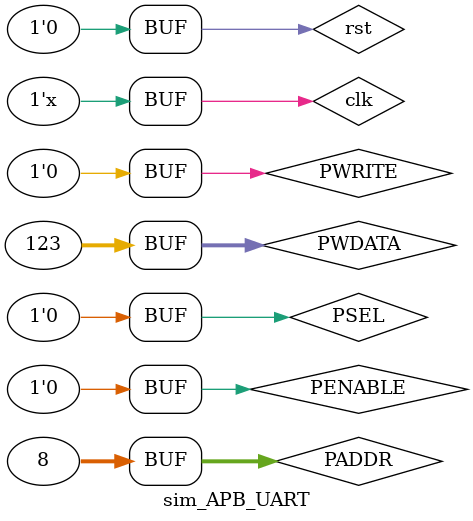
<source format=v>
`timescale 1ns / 1ps

module sim_APB_UART(

    );
    reg clk, rst;
    
    wire line;
    reg [31:0] PADDR, PWDATA;
    wire [31:0] PRDATA;
    reg PSEL, PENABLE, PWRITE;
    //wire PREADY;
    //wire [3:0] PSTRB;
    APB_UART uut(
    .Tx(line),
    .Rx(line),
    .PCLK(clk),
    .PRESETn(!rst),
    .PADDR(PADDR),
    .PSEL(PSEL),
    .PENABLE(PENABLE),
    .PWRITE(PWRITE),
    .PWDATA(PWDATA),
    .PSTRB(4'b1111/*PSTRB*/),
    .PREADY(/*PREADY*/),
    .PRDATA(PRDATA)
    );
    
    
    initial begin
        rst <= 1;
        clk <= 0;
        
        PSEL <= 1'b0;
        PENABLE <= 1'b0;
        
        #11
        rst <= 0;
        
        //config
        #5
        PADDR <= 32'd0;
        PWRITE <= 1'b1;
        PSEL <= 1'b1;
        PWDATA <= {8'b0, {5'b0, 3'b101}, 16'd4}; //enable, 8N1, N=4
        #10
        PENABLE <= 1'b1;
        #10
        PSEL <= 1'b0;
        PENABLE <= 1'b0;
        
        //send
        #10
        PADDR <= 32'd12;
        PWRITE <= 1'b1;
        PSEL <= 1'b1;
        PWDATA <= {24'd0, 8'd123}; //send: 123
        #10
        PENABLE <= 1'b1;
        #10
        PSEL <= 1'b0;
        PENABLE <= 1'b0;
        
        //receive
        #7000
        PADDR <= 32'd8;
        PWRITE <= 1'b0;
        PSEL <= 1'b1;
        #10
        PENABLE <= 1'b1;
        #10
        PSEL <= 1'b0;
        PENABLE <= 1'b0;
        
    end
    
    
    
    
    
    always #5
        clk = ~clk;
endmodule

</source>
